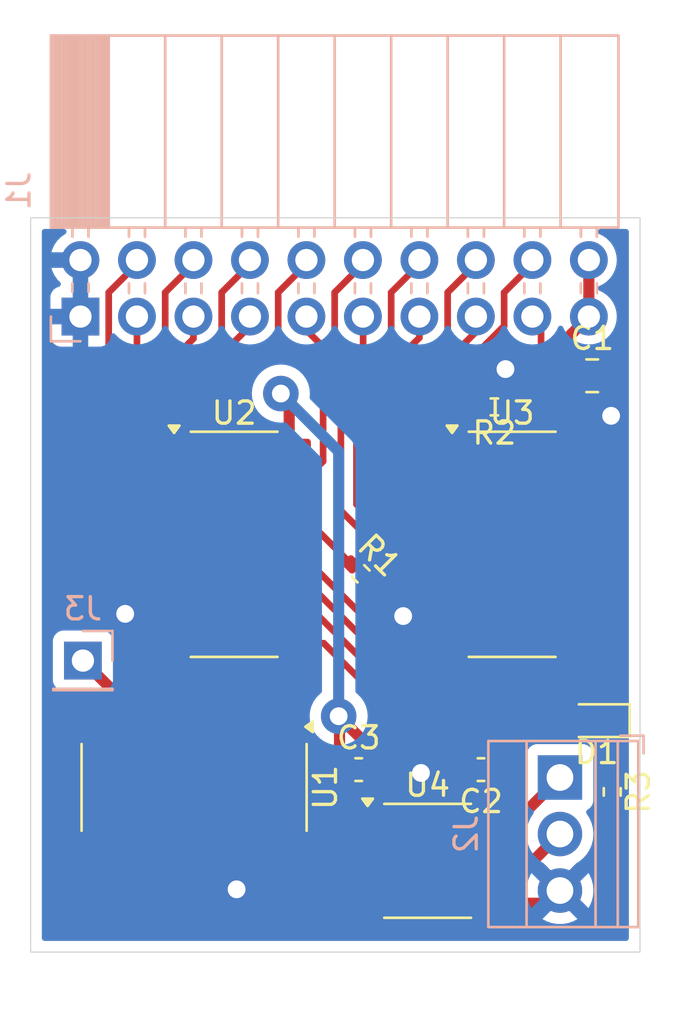
<source format=kicad_pcb>
(kicad_pcb (version 20240108) (generator "pcbnew") (generator_version "8.0")
  (layers (0 "F.Cu" signal) (31 "B.Cu" signal) (34 "B.Paste" user) (35 "F.Paste" user) (36 "B.SilkS" user "B.Silkscreen") (37 "F.SilkS" user "F.Silkscreen") (38 "B.Mask" user) (39 "F.Mask" user) (44 "Edge.Cuts" user))
  (net 0 "")
  (net 1 "Net-(J3-Pin_1)")
  (net 3 "+5V")
  (net 8 "GND")
  (net 10 "Net-(U2-~{OE})")
  (net 11 "Net-(U3-~{OE})")
  (net 12 "/SER")
  (net 14 "Net-(U2-QH')")
  (net 15 "/Q6")
  (net 16 "/Q12")
  (net 17 "/Q5")
  (net 18 "/Q7")
  (net 19 "/Q16")
  (net 20 "/Q1")
  (net 21 "/Q13")
  (net 22 "/Q2")
  (net 23 "/Q15")
  (net 24 "/Q8")
  (net 25 "/Q14")
  (net 26 "/Q10")
  (net 27 "/Q9")
  (net 28 "/Q11")
  (net 29 "/Q4")
  (net 30 "/Q3")
  (net 31 "/SRCLR")
  (net 32 "/SRCLK")
  (net 33 "/RCLK")
  (net 34 "Net-(J2-Pin_1)")
  (net 35 "Net-(J2-Pin_2)")
  (net 36 "/RS485_RX")
  (net 37 "/RS485_TX")
  (net 38 "/RS485_DIR")
  (net 39 "Net-(D1-K)")
  (footprint "Package_SO:SOIC-16_3.9x9.9mm_P1.27mm" (layer "F.Cu") (at 158 65.675)
    (property "Reference" "U3" (at 0 -5.9 0) (layer "F.SilkS"))
    (property "Value" "74HC595")
    (fp_line (start 0 -5.06) (end -1.95 -5.06) (stroke (width 0.12)) (layer "F.SilkS"))
    (fp_line (start 0 -5.06) (end 1.95 -5.06) (stroke (width 0.12)) (layer "F.SilkS"))
    (fp_line (start 0 5.06) (end -1.95 5.06) (stroke (width 0.12)) (layer "F.SilkS"))
    (fp_line (start 0 5.06) (end 1.95 5.06) (stroke (width 0.12)) (layer "F.SilkS"))
    (fp_poly (pts (xy -2.7 -5.005) (xy -2.94 -5.335) (xy -2.46 -5.335) (xy -2.7 -5.005)) (stroke (width 0.12)) (fill solid) (layer "F.SilkS"))
    (pad "1" smd roundrect (at -2.475 -4.445) (size 1.95 0.6) (layers "F.Cu" "F.Paste" "F.Mask") (net 22 "/Q2"))
    (pad "2" smd roundrect (at -2.475 -3.175) (size 1.95 0.6) (layers "F.Cu" "F.Paste" "F.Mask") (net 30 "/Q3"))
    (pad "3" smd roundrect (at -2.475 -1.905) (size 1.95 0.6) (layers "F.Cu" "F.Paste" "F.Mask") (net 29 "/Q4"))
    (pad "4" smd roundrect (at -2.475 -0.635) (size 1.95 0.6) (layers "F.Cu" "F.Paste" "F.Mask") (net 17 "/Q5"))
    (pad "5" smd roundrect (at -2.475 0.635) (size 1.95 0.6) (layers "F.Cu" "F.Paste" "F.Mask") (net 15 "/Q6"))
    (pad "6" smd roundrect (at -2.475 1.905) (size 1.95 0.6) (layers "F.Cu" "F.Paste" "F.Mask") (net 18 "/Q7"))
    (pad "7" smd roundrect (at -2.475 3.175) (size 1.95 0.6) (layers "F.Cu" "F.Paste" "F.Mask") (net 24 "/Q8"))
    (pad "8" smd roundrect (at -2.475 4.445) (size 1.95 0.6) (layers "F.Cu" "F.Paste" "F.Mask") (net 8 "GND"))
    (pad "9" smd roundrect (at 2.475 4.445) (size 1.95 0.6) (layers "F.Cu" "F.Paste" "F.Mask"))
    (pad "10" smd roundrect (at 2.475 3.175) (size 1.95 0.6) (layers "F.Cu" "F.Paste" "F.Mask") (net 31 "/SRCLR"))
    (pad "11" smd roundrect (at 2.475 1.905) (size 1.95 0.6) (layers "F.Cu" "F.Paste" "F.Mask") (net 32 "/SRCLK"))
    (pad "12" smd roundrect (at 2.475 0.635) (size 1.95 0.6) (layers "F.Cu" "F.Paste" "F.Mask") (net 33 "/RCLK"))
    (pad "13" smd roundrect (at 2.475 -0.635) (size 1.95 0.6) (layers "F.Cu" "F.Paste" "F.Mask") (net 11 "Net-(U3-~{OE})"))
    (pad "14" smd roundrect (at 2.475 -1.905) (size 1.95 0.6) (layers "F.Cu" "F.Paste" "F.Mask") (net 14 "Net-(U2-QH')"))
    (pad "15" smd roundrect (at 2.475 -3.175) (size 1.95 0.6) (layers "F.Cu" "F.Paste" "F.Mask") (net 20 "/Q1"))
    (pad "16" smd roundrect (at 2.475 -4.445) (size 1.95 0.6) (layers "F.Cu" "F.Paste" "F.Mask") (net 3 "+5V"))
  )
  (footprint "Capacitor_SMD:C_0805_2012Metric_Pad1.18x1.45mm_HandSolder" (layer "F.Cu") (at 161.6 58.1)
    (property "Reference" "C1" (at 0 -1.68 0) (layer "F.SilkS"))
    (property "Value" "10uF")
    (fp_line (start -0.261252 -0.735) (end 0.261252 -0.735) (stroke (width 0.12)) (layer "F.SilkS"))
    (fp_line (start -0.261252 0.735) (end 0.261252 0.735) (stroke (width 0.12)) (layer "F.SilkS"))
    (pad "1" smd roundrect (at -1.0375 0) (size 1.175 1.45) (layers "F.Cu" "F.Paste" "F.Mask") (roundrect_rratio 0.212766) (net 3 "+5V"))
    (pad "2" smd roundrect (at 1.0375 0) (size 1.175 1.45) (layers "F.Cu" "F.Paste" "F.Mask") (roundrect_rratio 0.212766) (net 8 "GND"))
  )
  (footprint "Package_SO:SOIC-8_3.9x4.9mm_P1.27mm" (layer "F.Cu") (at 154.2 79.9)
    (property "Reference" "U4" (at 0 -3.4 0) (layer "F.SilkS"))
    (property "Value" "MAX485E")
    (fp_line (start 0 -2.56) (end -1.95 -2.56) (stroke (width 0.12)) (layer "F.SilkS"))
    (fp_line (start 0 -2.56) (end 1.95 -2.56) (stroke (width 0.12)) (layer "F.SilkS"))
    (fp_line (start 0 2.56) (end -1.95 2.56) (stroke (width 0.12)) (layer "F.SilkS"))
    (fp_line (start 0 2.56) (end 1.95 2.56) (stroke (width 0.12)) (layer "F.SilkS"))
    (fp_poly (pts (xy -2.7 -2.465) (xy -2.94 -2.795) (xy -2.46 -2.795) (xy -2.7 -2.465)) (stroke (width 0.12)) (fill solid) (layer "F.SilkS"))
    (pad "1" smd roundrect (at -2.475 -1.905) (size 1.95 0.6) (layers "F.Cu" "F.Paste" "F.Mask") (net 36 "/RS485_RX"))
    (pad "2" smd roundrect (at -2.475 -0.635) (size 1.95 0.6) (layers "F.Cu" "F.Paste" "F.Mask") (net 38 "/RS485_DIR"))
    (pad "3" smd roundrect (at -2.475 0.635) (size 1.95 0.6) (layers "F.Cu" "F.Paste" "F.Mask") (net 38 "/RS485_DIR"))
    (pad "4" smd roundrect (at -2.475 1.905) (size 1.95 0.6) (layers "F.Cu" "F.Paste" "F.Mask") (net 37 "/RS485_TX"))
    (pad "5" smd roundrect (at 2.475 1.905) (size 1.95 0.6) (layers "F.Cu" "F.Paste" "F.Mask") (net 8 "GND"))
    (pad "6" smd roundrect (at 2.475 0.635) (size 1.95 0.6) (layers "F.Cu" "F.Paste" "F.Mask") (net 35 "Net-(J2-Pin_2)"))
    (pad "7" smd roundrect (at 2.475 -0.635) (size 1.95 0.6) (layers "F.Cu" "F.Paste" "F.Mask") (net 34 "Net-(J2-Pin_1)"))
    (pad "8" smd roundrect (at 2.475 -1.905) (size 1.95 0.6) (layers "F.Cu" "F.Paste" "F.Mask") (net 3 "+5V"))
  )
  (footprint "Resistor_SMD:R_0402_1005Metric_Pad0.72x0.64mm_HandSolder" (layer "F.Cu") (at 162.5 76.8 -90)
    (property "Reference" "R3" (at 0 -1.17 90) (layer "F.SilkS"))
    (property "Value" "330R")
    (fp_line (start -0.167621 0.38) (end 0.167621 0.38) (stroke (width 0.12)) (layer "F.SilkS"))
    (fp_line (start -0.167621 -0.38) (end 0.167621 -0.38) (stroke (width 0.12)) (layer "F.SilkS"))
    (pad "1" smd roundrect (at -0.5975 0 270) (size 0.715 0.64) (layers "F.Cu" "F.Paste" "F.Mask") (net 39 "Net-(D1-K)"))
    (pad "2" smd roundrect (at 0.5975 0 270) (size 0.715 0.64) (layers "F.Cu" "F.Paste" "F.Mask") (net 8 "GND"))
  )
  (footprint "LED_SMD:LED_0603_1608Metric" (layer "F.Cu") (at 161.8 73.6 180)
    (property "Reference" "D1" (at 0 -1.43 180) (layer "F.SilkS"))
    (property "Value" "RED")
    (fp_line (start 0.8 -0.735) (end -1.485 -0.735) (stroke (width 0.12)) (layer "F.SilkS"))
    (fp_line (start -1.485 0.735) (end 0.8 0.735) (stroke (width 0.12)) (layer "F.SilkS"))
    (fp_line (start -1.485 -0.735) (end -1.485 0.735) (stroke (width 0.12)) (layer "F.SilkS"))
    (pad "1" smd roundrect (at -0.7875 0 180) (size 0.875 0.95) (layers "F.Cu" "F.Paste" "F.Mask") (net 39 "Net-(D1-K)"))
    (pad "2" smd roundrect (at 0.7875 0 180) (size 0.875 0.95) (layers "F.Cu" "F.Paste" "F.Mask") (net 3 "+5V"))
  )
  (footprint "Resistor_SMD:R_0402_1005Metric_Pad0.72x0.64mm_HandSolder" (layer "F.Cu") (at 151.2 67 -45)
    (property "Reference" "R1" (at 0 -1.17 135) (layer "F.SilkS"))
    (property "Value" "4.7k")
    (fp_line (start -0.167621 0.380001) (end 0.167621 0.380001) (stroke (width 0.12)) (layer "F.SilkS"))
    (fp_line (start -0.167621 -0.380001) (end 0.167621 -0.380001) (stroke (width 0.12)) (layer "F.SilkS"))
    (pad "1" smd roundrect (at -0.5975 0 315) (size 0.715 0.64) (layers "F.Cu" "F.Paste" "F.Mask") (net 10 "Net-(U2-~{OE})"))
    (pad "2" smd roundrect (at 0.5975 0 315) (size 0.715 0.64) (layers "F.Cu" "F.Paste" "F.Mask") (net 8 "GND"))
  )
  (footprint "Capacitor_SMD:C_0603_1608Metric_Pad1.08x0.95mm_HandSolder" (layer "F.Cu") (at 156.6 75.8 180)
    (property "Reference" "C2" (at 0 -1.43 180) (layer "F.SilkS"))
    (property "Value" "100nF")
    (fp_line (start -0.146267 0.51) (end 0.146267 0.51) (stroke (width 0.12)) (layer "F.SilkS"))
    (fp_line (start -0.146267 -0.51) (end 0.146267 -0.51) (stroke (width 0.12)) (layer "F.SilkS"))
    (pad "1" smd roundrect (at -0.8625 0 180) (size 1.075 0.95) (layers "F.Cu" "F.Paste" "F.Mask") (net 3 "+5V"))
    (pad "2" smd roundrect (at 0.8625 0 180) (size 1.075 0.95) (layers "F.Cu" "F.Paste" "F.Mask") (net 8 "GND"))
  )
  (footprint "Package_SO:SOIC-16_3.9x9.9mm_P1.27mm" (layer "F.Cu") (at 145.5 65.675)
    (property "Reference" "U2" (at 0 -5.9 0) (layer "F.SilkS"))
    (property "Value" "74HC595")
    (fp_line (start 0 -5.06) (end -1.95 -5.06) (stroke (width 0.12)) (layer "F.SilkS"))
    (fp_line (start 0 -5.06) (end 1.95 -5.06) (stroke (width 0.12)) (layer "F.SilkS"))
    (fp_line (start 0 5.06) (end -1.95 5.06) (stroke (width 0.12)) (layer "F.SilkS"))
    (fp_line (start 0 5.06) (end 1.95 5.06) (stroke (width 0.12)) (layer "F.SilkS"))
    (fp_poly (pts (xy -2.7 -5.005) (xy -2.94 -5.335) (xy -2.46 -5.335) (xy -2.7 -5.005)) (stroke (width 0.12)) (fill solid) (layer "F.SilkS"))
    (pad "1" smd roundrect (at -2.475 -4.445) (size 1.95 0.6) (layers "F.Cu" "F.Paste" "F.Mask") (net 26 "/Q10"))
    (pad "2" smd roundrect (at -2.475 -3.175) (size 1.95 0.6) (layers "F.Cu" "F.Paste" "F.Mask") (net 28 "/Q11"))
    (pad "3" smd roundrect (at -2.475 -1.905) (size 1.95 0.6) (layers "F.Cu" "F.Paste" "F.Mask") (net 16 "/Q12"))
    (pad "4" smd roundrect (at -2.475 -0.635) (size 1.95 0.6) (layers "F.Cu" "F.Paste" "F.Mask") (net 21 "/Q13"))
    (pad "5" smd roundrect (at -2.475 0.635) (size 1.95 0.6) (layers "F.Cu" "F.Paste" "F.Mask") (net 25 "/Q14"))
    (pad "6" smd roundrect (at -2.475 1.905) (size 1.95 0.6) (layers "F.Cu" "F.Paste" "F.Mask") (net 23 "/Q15"))
    (pad "7" smd roundrect (at -2.475 3.175) (size 1.95 0.6) (layers "F.Cu" "F.Paste" "F.Mask") (net 19 "/Q16"))
    (pad "8" smd roundrect (at -2.475 4.445) (size 1.95 0.6) (layers "F.Cu" "F.Paste" "F.Mask") (net 8 "GND"))
    (pad "9" smd roundrect (at 2.475 4.445) (size 1.95 0.6) (layers "F.Cu" "F.Paste" "F.Mask") (net 14 "Net-(U2-QH')"))
    (pad "10" smd roundrect (at 2.475 3.175) (size 1.95 0.6) (layers "F.Cu" "F.Paste" "F.Mask") (net 31 "/SRCLR"))
    (pad "11" smd roundrect (at 2.475 1.905) (size 1.95 0.6) (layers "F.Cu" "F.Paste" "F.Mask") (net 32 "/SRCLK"))
    (pad "12" smd roundrect (at 2.475 0.635) (size 1.95 0.6) (layers "F.Cu" "F.Paste" "F.Mask") (net 33 "/RCLK"))
    (pad "13" smd roundrect (at 2.475 -0.635) (size 1.95 0.6) (layers "F.Cu" "F.Paste" "F.Mask") (net 10 "Net-(U2-~{OE})"))
    (pad "14" smd roundrect (at 2.475 -1.905) (size 1.95 0.6) (layers "F.Cu" "F.Paste" "F.Mask") (net 12 "/SER"))
    (pad "15" smd roundrect (at 2.475 -3.175) (size 1.95 0.6) (layers "F.Cu" "F.Paste" "F.Mask") (net 27 "/Q9"))
    (pad "16" smd roundrect (at 2.475 -4.445) (size 1.95 0.6) (layers "F.Cu" "F.Paste" "F.Mask") (net 3 "+5V"))
  )
  (footprint "Resistor_SMD:R_0402_1005Metric_Pad0.72x0.64mm_HandSolder" (layer "F.Cu") (at 157.2 59.5 180)
    (property "Reference" "R2" (at 0 -1.17 0) (layer "F.SilkS"))
    (property "Value" "4.7k")
    (fp_line (start -0.167621 0.38) (end 0.167621 0.38) (stroke (width 0.12)) (layer "F.SilkS"))
    (fp_line (start -0.167621 -0.38) (end 0.167621 -0.38) (stroke (width 0.12)) (layer "F.SilkS"))
    (pad "1" smd roundrect (at -0.5975 0 180) (size 0.715 0.64) (layers "F.Cu" "F.Paste" "F.Mask") (net 11 "Net-(U3-~{OE})"))
    (pad "2" smd roundrect (at 0.5975 0 180) (size 0.715 0.64) (layers "F.Cu" "F.Paste" "F.Mask") (net 8 "GND"))
  )
  (footprint "Package_SO:SOP-16_3.9x9.9mm_P1.27mm" (layer "F.Cu") (at 143.7 76.6 -90)
    (property "Reference" "U1" (at 0 -5.9 90) (layer "F.SilkS"))
    (property "Value" "CH32V003AxMx")
    (fp_line (start 0 5.06) (end -1.95 5.06) (stroke (width 0.12)) (layer "F.SilkS"))
    (fp_line (start 0 5.06) (end 1.95 5.06) (stroke (width 0.12)) (layer "F.SilkS"))
    (fp_line (start 0 -5.06) (end -1.95 -5.06) (stroke (width 0.12)) (layer "F.SilkS"))
    (fp_line (start 0 -5.06) (end 1.95 -5.06) (stroke (width 0.12)) (layer "F.SilkS"))
    (fp_poly (pts (xy -2.725 -5.005) (xy -2.965 -5.335) (xy -2.485 -5.335) (xy -2.725 -5.005)) (stroke (width 0.12)) (fill solid) (layer "F.SilkS"))
    (pad "1" smd roundrect (at -2.5 -4.445 270) (size 2 0.6) (layers "F.Cu" "F.Paste" "F.Mask") (net 31 "/SRCLR"))
    (pad "2" smd roundrect (at -2.5 -3.175 270) (size 2 0.6) (layers "F.Cu" "F.Paste" "F.Mask") (net 32 "/SRCLK"))
    (pad "3" smd roundrect (at -2.5 -1.905 270) (size 2 0.6) (layers "F.Cu" "F.Paste" "F.Mask") (net 33 "/RCLK"))
    (pad "4" smd roundrect (at -2.5 -0.635 270) (size 2 0.6) (layers "F.Cu" "F.Paste" "F.Mask") (net 12 "/SER"))
    (pad "5" smd roundrect (at -2.5 0.635 270) (size 2 0.6) (layers "F.Cu" "F.Paste" "F.Mask"))
    (pad "6" smd roundrect (at -2.5 1.905 270) (size 2 0.6) (layers "F.Cu" "F.Paste" "F.Mask"))
    (pad "7" smd roundrect (at -2.5 3.175 270) (size 2 0.6) (layers "F.Cu" "F.Paste" "F.Mask") (net 1 "Net-(J3-Pin_1)"))
    (pad "8" smd roundrect (at -2.5 4.445 270) (size 2 0.6) (layers "F.Cu" "F.Paste" "F.Mask"))
    (pad "9" smd roundrect (at 2.5 4.445 270) (size 2 0.6) (layers "F.Cu" "F.Paste" "F.Mask") (net 37 "/RS485_TX"))
    (pad "10" smd roundrect (at 2.5 3.175 270) (size 2 0.6) (layers "F.Cu" "F.Paste" "F.Mask") (net 36 "/RS485_RX"))
    (pad "11" smd roundrect (at 2.5 1.905 270) (size 2 0.6) (layers "F.Cu" "F.Paste" "F.Mask"))
    (pad "12" smd roundrect (at 2.5 0.635 270) (size 2 0.6) (layers "F.Cu" "F.Paste" "F.Mask"))
    (pad "13" smd roundrect (at 2.5 -0.635 270) (size 2 0.6) (layers "F.Cu" "F.Paste" "F.Mask"))
    (pad "14" smd roundrect (at 2.5 -1.905 270) (size 2 0.6) (layers "F.Cu" "F.Paste" "F.Mask") (net 8 "GND"))
    (pad "15" smd roundrect (at 2.5 -3.175 270) (size 2 0.6) (layers "F.Cu" "F.Paste" "F.Mask") (net 3 "+5V"))
    (pad "16" smd roundrect (at 2.5 -4.445 270) (size 2 0.6) (layers "F.Cu" "F.Paste" "F.Mask") (net 38 "/RS485_DIR"))
  )
  (footprint "Capacitor_SMD:C_0603_1608Metric_Pad1.08x0.95mm_HandSolder" (layer "F.Cu") (at 151.1 75.8)
    (property "Reference" "C3" (at 0 -1.43 0) (layer "F.SilkS"))
    (property "Value" "100nF")
    (fp_line (start -0.146267 -0.51) (end 0.146267 -0.51) (stroke (width 0.12)) (layer "F.SilkS"))
    (fp_line (start -0.146267 0.51) (end 0.146267 0.51) (stroke (width 0.12)) (layer "F.SilkS"))
    (pad "1" smd roundrect (at -0.8625 0) (size 1.075 0.95) (layers "F.Cu" "F.Paste" "F.Mask") (net 3 "+5V"))
    (pad "2" smd roundrect (at 0.8625 0) (size 1.075 0.95) (layers "F.Cu" "F.Paste" "F.Mask") (net 8 "GND"))
  )
  (footprint "TerminalBlock:TerminalBlock_Xinya_XY308-2.54-3P_1x03_P2.54mm_Horizontal" (layer "B.Cu") (at 160.15 76.155 -90)
    (property "Reference" "J2" (at 2.54 4.22 90) (layer "B.SilkS") (effects (justify mirror)))
    (property "Value" "Screw_Terminal_01x03")
    (fp_line (start 6.721 3.22) (end -1.64 3.22) (stroke (width 0.12)) (layer "B.SilkS"))
    (fp_line (start 6.721 1.501) (end -1.64 1.501) (stroke (width 0.12)) (layer "B.SilkS"))
    (fp_line (start 6.721 -1.6) (end -1.64 -1.6) (stroke (width 0.12)) (layer "B.SilkS"))
    (fp_line (start 6.721 -2.6) (end -1.64 -2.6) (stroke (width 0.12)) (layer "B.SilkS"))
    (fp_line (start -1.64 -3.52) (end -1.64 3.22) (stroke (width 0.12)) (layer "B.SilkS"))
    (fp_line (start 6.721 -3.52) (end 6.721 3.22) (stroke (width 0.12)) (layer "B.SilkS"))
    (fp_line (start 6.721 -3.52) (end -1.64 -3.52) (stroke (width 0.12)) (layer "B.SilkS"))
    (fp_line (start -1.88 -3.76) (end -1.88 -2.72) (stroke (width 0.12)) (layer "B.SilkS"))
    (fp_line (start -1.08 -3.76) (end -1.88 -3.76) (stroke (width 0.12)) (layer "B.SilkS"))
    (pad "1" thru_hole rect (at 0 0 270) (size 2 2) (drill 1.2) (layers "*.Cu" "*.Mask") (net 34 "Net-(J2-Pin_1)"))
    (pad "2" thru_hole circle (at 2.54 0 270) (size 2 2) (drill 1.2) (layers "*.Cu" "*.Mask") (net 35 "Net-(J2-Pin_2)"))
    (pad "3" thru_hole circle (at 5.08 0 270) (size 2 2) (drill 1.2) (layers "*.Cu" "*.Mask") (net 8 "GND"))
  )
  (footprint "Connector_PinHeader_2.54mm:PinHeader_1x01_P2.54mm_Vertical" (layer "B.Cu") (at 138.7 70.9 180)
    (property "Reference" "J3" (at 0 2.33 0) (layer "B.SilkS") (effects (justify mirror)))
    (property "Value" "SWIO")
    (fp_line (start 1.33 -1.27) (end -1.33 -1.27) (stroke (width 0.12)) (layer "B.SilkS"))
    (fp_line (start 1.33 -1.33) (end 1.33 -1.27) (stroke (width 0.12)) (layer "B.SilkS"))
    (fp_line (start 1.33 -1.33) (end -1.33 -1.33) (stroke (width 0.12)) (layer "B.SilkS"))
    (fp_line (start 0 1.33) (end -1.33 1.33) (stroke (width 0.12)) (layer "B.SilkS"))
    (fp_line (start -1.33 1.33) (end -1.33 0) (stroke (width 0.12)) (layer "B.SilkS"))
    (fp_line (start -1.33 -1.33) (end -1.33 -1.27) (stroke (width 0.12)) (layer "B.SilkS"))
    (pad "1" thru_hole rect (at 0 0 180) (size 1.7 1.7) (drill 1) (layers "*.Cu" "*.Mask") (net 1 "Net-(J3-Pin_1)"))
  )
  (footprint "Connector_PinSocket_2.54mm:PinSocket_2x10_P2.54mm_Horizontal" (layer "B.Cu") (at 138.59 55.44 -90)
    (property "Reference" "J1" (at -5.65 2.77 90) (layer "B.SilkS") (effects (justify mirror)))
    (property "Value" "Conn_02x10_Odd_Even")
    (fp_line (start -4 1.33) (end -12.63 1.33) (stroke (width 0.12)) (layer "B.SilkS"))
    (fp_line (start 1.11 1.33) (end 0 1.33) (stroke (width 0.12)) (layer "B.SilkS"))
    (fp_line (start -4 1.21) (end -12.63 1.21) (stroke (width 0.12)) (layer "B.SilkS"))
    (fp_line (start -4 1.091905) (end -12.63 1.091905) (stroke (width 0.12)) (layer "B.SilkS"))
    (fp_line (start -4 0.97381) (end -12.63 0.97381) (stroke (width 0.12)) (layer "B.SilkS"))
    (fp_line (start -4 0.855715) (end -12.63 0.855715) (stroke (width 0.12)) (layer "B.SilkS"))
    (fp_line (start -4 0.73762) (end -12.63 0.73762) (stroke (width 0.12)) (layer "B.SilkS"))
    (fp_line (start -4 0.619525) (end -12.63 0.619525) (stroke (width 0.12)) (layer "B.SilkS"))
    (fp_line (start -4 0.50143) (end -12.63 0.50143) (stroke (width 0.12)) (layer "B.SilkS"))
    (fp_line (start -4 0.383335) (end -12.63 0.383335) (stroke (width 0.12)) (layer "B.SilkS"))
    (fp_line (start -3.59 0.36) (end -4 0.36) (stroke (width 0.12)) (layer "B.SilkS"))
    (fp_line (start -1.11 0.36) (end -1.49 0.36) (stroke (width 0.12)) (layer "B.SilkS"))
    (fp_line (start -4 0.26524) (end -12.63 0.26524) (stroke (width 0.12)) (layer "B.SilkS"))
    (fp_line (start -4 0.147145) (end -12.63 0.147145) (stroke (width 0.12)) (layer "B.SilkS"))
    (fp_line (start -4 0.02905) (end -12.63 0.02905) (stroke (width 0.12)) (layer "B.SilkS"))
    (fp_line (start 1.11 0) (end 1.11 1.33) (stroke (width 0.12)) (layer "B.SilkS"))
    (fp_line (start -4 -0.089045) (end -12.63 -0.089045) (stroke (width 0.12)) (layer "B.SilkS"))
    (fp_line (start -4 -0.20714) (end -12.63 -0.20714) (stroke (width 0.12)) (layer "B.SilkS"))
    (fp_line (start -4 -0.325235) (end -12.63 -0.325235) (stroke (width 0.12)) (layer "B.SilkS"))
    (fp_line (start -3.59 -0.36) (end -4 -0.36) (stroke (width 0.12)) (layer "B.SilkS"))
    (fp_line (start -1.11 -0.36) (end -1.49 -0.36) (stroke (width 0.12)) (layer "B.SilkS"))
    (fp_line (start -4 -0.44333) (end -12.63 -0.44333) (stroke (width 0.12)) (layer "B.SilkS"))
    (fp_line (start -4 -0.561425) (end -12.63 -0.561425) (stroke (width 0.12)) (layer "B.SilkS"))
    (fp_line (start -4 -0.67952) (end -12.63 -0.67952) (stroke (width 0.12)) (layer "B.SilkS"))
    (fp_line (start -4 -0.797615) (end -12.63 -0.797615) (stroke (width 0.12)) (layer "B.SilkS"))
    (fp_line (start -4 -0.91571) (end -12.63 -0.91571) (stroke (width 0.12)) (layer "B.SilkS"))
    (fp_line (start -4 -1.033805) (end -12.63 -1.033805) (stroke (width 0.12)) (layer "B.SilkS"))
    (fp_line (start -4 -1.1519) (end -12.63 -1.1519) (stroke (width 0.12)) (layer "B.SilkS"))
    (fp_line (start -4 -1.27) (end -12.63 -1.27) (stroke (width 0.12)) (layer "B.SilkS"))
    (fp_line (start -3.59 -2.18) (end -4 -2.18) (stroke (width 0.12)) (layer "B.SilkS"))
    (fp_line (start -1.05 -2.18) (end -1.49 -2.18) (stroke (width 0.12)) (layer "B.SilkS"))
    (fp_line (start -3.59 -2.9) (end -4 -2.9) (stroke (width 0.12)) (layer "B.SilkS"))
    (fp_line (start -1.05 -2.9) (end -1.49 -2.9) (stroke (width 0.12)) (layer "B.SilkS"))
    (fp_line (start -4 -3.81) (end -12.63 -3.81) (stroke (width 0.12)) (layer "B.SilkS"))
    (fp_line (start -3.59 -4.72) (end -4 -4.72) (stroke (width 0.12)) (layer "B.SilkS"))
    (fp_line (start -1.05 -4.72) (end -1.49 -4.72) (stroke (width 0.12)) (layer "B.SilkS"))
    (fp_line (start -3.59 -5.44) (end -4 -5.44) (stroke (width 0.12)) (layer "B.SilkS"))
    (fp_line (start -1.05 -5.44) (end -1.49 -5.44) (stroke (width 0.12)) (layer "B.SilkS"))
    (fp_line (start -4 -6.35) (end -12.63 -6.35) (stroke (width 0.12)) (layer "B.SilkS"))
    (fp_line (start -3.59 -7.26) (end -4 -7.26) (stroke (width 0.12)) (layer "B.SilkS"))
    (fp_line (start -1.05 -7.26) (end -1.49 -7.26) (stroke (width 0.12)) (layer "B.SilkS"))
    (fp_line (start -3.59 -7.98) (end -4 -7.98) (stroke (width 0.12)) (layer "B.SilkS"))
    (fp_line (start -1.05 -7.98) (end -1.49 -7.98) (stroke (width 0.12)) (layer "B.SilkS"))
    (fp_line (start -4 -8.89) (end -12.63 -8.89) (stroke (width 0.12)) (layer "B.SilkS"))
    (fp_line (start -3.59 -9.8) (end -4 -9.8) (stroke (width 0.12)) (layer "B.SilkS"))
    (fp_line (start -1.05 -9.8) (end -1.49 -9.8) (stroke (width 0.12)) (layer "B.SilkS"))
    (fp_line (start -3.59 -10.52) (end -4 -10.52) (stroke (width 0.12)) (layer "B.SilkS"))
    (fp_line (start -1.05 -10.52) (end -1.49 -10.52) (stroke (width 0.12)) (layer "B.SilkS"))
    (fp_line (start -4 -11.43) (end -12.63 -11.43) (stroke (width 0.12)) (layer "B.SilkS"))
    (fp_line (start -3.59 -12.34) (end -4 -12.34) (stroke (width 0.12)) (layer "B.SilkS"))
    (fp_line (start -1.05 -12.34) (end -1.49 -12.34) (stroke (width 0.12)) (layer "B.SilkS"))
    (fp_line (start -3.59 -13.06) (end -4 -13.06) (stroke (width 0.12)) (layer "B.SilkS"))
    (fp_line (start -1.05 -13.06) (end -1.49 -13.06) (stroke (width 0.12)) (layer "B.SilkS"))
    (fp_line (start -4 -13.97) (end -12.63 -13.97) (stroke (width 0.12)) (layer "B.SilkS"))
    (fp_line (start -3.59 -14.88) (end -4 -14.88) (stroke (width 0.12)) (layer "B.SilkS"))
    (fp_line (start -1.05 -14.88) (end -1.49 -14.88) (stroke (width 0.12)) (layer "B.SilkS"))
    (fp_line (start -3.59 -15.6) (end -4 -15.6) (stroke (width 0.12)) (layer "B.SilkS"))
    (fp_line (start -1.05 -15.6) (end -1.49 -15.6) (stroke (width 0.12)) (layer "B.SilkS"))
    (fp_line (start -4 -16.51) (end -12.63 -16.51) (stroke (width 0.12)) (layer "B.SilkS"))
    (fp_line (start -3.59 -17.42) (end -4 -17.42) (stroke (width 0.12)) (layer "B.SilkS"))
    (fp_line (start -1.05 -17.42) (end -1.49 -17.42) (stroke (width 0.12)) (layer "B.SilkS"))
    (fp_line (start -3.59 -18.14) (end -4 -18.14) (stroke (width 0.12)) (layer "B.SilkS"))
    (fp_line (start -1.05 -18.14) (end -1.49 -18.14) (stroke (width 0.12)) (layer "B.SilkS"))
    (fp_line (start -4 -19.05) (end -12.63 -19.05) (stroke (width 0.12)) (layer "B.SilkS"))
    (fp_line (start -3.59 -19.96) (end -4 -19.96) (stroke (width 0.12)) (layer "B.SilkS"))
    (fp_line (start -1.05 -19.96) (end -1.49 -19.96) (stroke (width 0.12)) (layer "B.SilkS"))
    (fp_line (start -3.59 -20.68) (end -4 -20.68) (stroke (width 0.12)) (layer "B.SilkS"))
    (fp_line (start -1.05 -20.68) (end -1.49 -20.68) (stroke (width 0.12)) (layer "B.SilkS"))
    (fp_line (start -4 -21.59) (end -12.63 -21.59) (stroke (width 0.12)) (layer "B.SilkS"))
    (fp_line (start -3.59 -22.5) (end -4 -22.5) (stroke (width 0.12)) (layer "B.SilkS"))
    (fp_line (start -1.05 -22.5) (end -1.49 -22.5) (stroke (width 0.12)) (layer "B.SilkS"))
    (fp_line (start -3.59 -23.22) (end -4 -23.22) (stroke (width 0.12)) (layer "B.SilkS"))
    (fp_line (start -1.05 -23.22) (end -1.49 -23.22) (stroke (width 0.12)) (layer "B.SilkS"))
    (fp_line (start -12.63 -24.19) (end -12.63 1.33) (stroke (width 0.12)) (layer "B.SilkS"))
    (fp_line (start -4 -24.19) (end -4 1.33) (stroke (width 0.12)) (layer "B.SilkS"))
    (fp_line (start -4 -24.19) (end -12.63 -24.19) (stroke (width 0.12)) (layer "B.SilkS"))
    (pad "1" thru_hole rect (at 0 0 270) (size 1.7 1.7) (drill 1) (layers "*.Cu" "*.Mask") (net 8 "GND"))
    (pad "2" thru_hole oval (at -2.54 0 270) (size 1.7 1.7) (drill 1) (layers "*.Cu" "*.Mask") (net 8 "GND"))
    (pad "3" thru_hole oval (at 0 -2.54 270) (size 1.7 1.7) (drill 1) (layers "*.Cu" "*.Mask") (net 23 "/Q15"))
    (pad "4" thru_hole oval (at -2.54 -2.54 270) (size 1.7 1.7) (drill 1) (layers "*.Cu" "*.Mask") (net 19 "/Q16"))
    (pad "5" thru_hole oval (at 0 -5.08 270) (size 1.7 1.7) (drill 1) (layers "*.Cu" "*.Mask") (net 21 "/Q13"))
    (pad "6" thru_hole oval (at -2.54 -5.08 270) (size 1.7 1.7) (drill 1) (layers "*.Cu" "*.Mask") (net 25 "/Q14"))
    (pad "7" thru_hole oval (at 0 -7.62 270) (size 1.7 1.7) (drill 1) (layers "*.Cu" "*.Mask") (net 28 "/Q11"))
    (pad "8" thru_hole oval (at -2.54 -7.62 270) (size 1.7 1.7) (drill 1) (layers "*.Cu" "*.Mask") (net 16 "/Q12"))
    (pad "9" thru_hole oval (at 0 -10.16 270) (size 1.7 1.7) (drill 1) (layers "*.Cu" "*.Mask") (net 27 "/Q9"))
    (pad "10" thru_hole oval (at -2.54 -10.16 270) (size 1.7 1.7) (drill 1) (layers "*.Cu" "*.Mask") (net 26 "/Q10"))
    (pad "11" thru_hole oval (at 0 -12.7 270) (size 1.7 1.7) (drill 1) (layers "*.Cu" "*.Mask") (net 18 "/Q7"))
    (pad "12" thru_hole oval (at -2.54 -12.7 270) (size 1.7 1.7) (drill 1) (layers "*.Cu" "*.Mask") (net 24 "/Q8"))
    (pad "13" thru_hole oval (at 0 -15.24 270) (size 1.7 1.7) (drill 1) (layers "*.Cu" "*.Mask") (net 17 "/Q5"))
    (pad "14" thru_hole oval (at -2.54 -15.24 270) (size 1.7 1.7) (drill 1) (layers "*.Cu" "*.Mask") (net 15 "/Q6"))
    (pad "15" thru_hole oval (at 0 -17.78 270) (size 1.7 1.7) (drill 1) (layers "*.Cu" "*.Mask") (net 30 "/Q3"))
    (pad "16" thru_hole oval (at -2.54 -17.78 270) (size 1.7 1.7) (drill 1) (layers "*.Cu" "*.Mask") (net 29 "/Q4"))
    (pad "17" thru_hole oval (at 0 -20.32 270) (size 1.7 1.7) (drill 1) (layers "*.Cu" "*.Mask") (net 20 "/Q1"))
    (pad "18" thru_hole oval (at -2.54 -20.32 270) (size 1.7 1.7) (drill 1) (layers "*.Cu" "*.Mask") (net 22 "/Q2"))
    (pad "19" thru_hole oval (at 0 -22.86 270) (size 1.7 1.7) (drill 1) (layers "*.Cu" "*.Mask") (net 3 "+5V"))
    (pad "20" thru_hole oval (at -2.54 -22.86 270) (size 1.7 1.7) (drill 1) (layers "*.Cu" "*.Mask") (net 3 "+5V"))
  )
  (gr_rect (start 136.35 51) (end 163.75 84) (stroke (width 0.05)) (fill none) (layer "Edge.Cuts"))
  (segment (start 140.525 72.725) (end 138.7 70.9) (width 0.5) (layer "F.Cu") (net 1))
  (segment (start 140.525 74.1) (end 140.525 72.725) (width 0.5) (layer "F.Cu") (net 1))
  (segment (start 160.9 72.4) (end 161.3 72.4) (width 0.5) (layer "F.Cu") (net 3))
  (segment (start 147.975 59.275) (end 147.975 61.23) (width 0.5) (layer "F.Cu") (net 3))
  (segment (start 150.2375 73.4375) (end 150.2375 75.8) (width 0.5) (layer "F.Cu") (net 3))
  (segment (start 147.6 58.9) (end 147.975 59.275) (width 0.5) (layer "F.Cu") (net 3))
  (segment (start 161.43 61.23) (end 160.475 61.23) (width 0.5) (layer "F.Cu") (net 3))
  (segment (start 162.9 62.7) (end 161.43 61.23) (width 0.5) (layer "F.Cu") (net 3))
  (segment (start 160.5625 58.4) (end 160.5625 60.41311) (width 0.5) (layer "F.Cu") (net 3))
  (segment (start 161.3 72.4) (end 162.9 70.8) (width 0.5) (layer "F.Cu") (net 3))
  (segment (start 150.2 73.4) (end 151.3 74.5) (width 0.5) (layer "F.Cu") (net 3))
  (segment (start 150.2 73.4) (end 150.2375 73.4375) (width 0.5) (layer "F.Cu") (net 3))
  (segment (start 146.875 78.225) (end 146.875 79.1) (width 0.5) (layer "F.Cu") (net 3))
  (segment (start 162.9 70.8) (end 162.9 62.7) (width 0.5) (layer "F.Cu") (net 3))
  (segment (start 158.1 74.5) (end 160.2 72.4) (width 0.5) (layer "F.Cu") (net 3))
  (segment (start 157.4625 75.8) (end 157.4625 77.2075) (width 0.5) (layer "F.Cu") (net 3))
  (segment (start 161.45 52.9) (end 161.45 55.44) (width 0.5) (layer "F.Cu") (net 3))
  (segment (start 157.4625 75.8) (end 157.4625 75.1375) (width 0.5) (layer "F.Cu") (net 3))
  (segment (start 150.2375 75.8) (end 149.3 75.8) (width 0.5) (layer "F.Cu") (net 3))
  (segment (start 161.0125 73.6) (end 161.0125 72.5125) (width 0.5) (layer "F.Cu") (net 3))
  (segment (start 149.3 75.8) (end 146.875 78.225) (width 0.5) (layer "F.Cu") (net 3))
  (segment (start 160.2 72.4) (end 160.9 72.4) (width 0.5) (layer "F.Cu") (net 3))
  (segment (start 157.4625 77.2075) (end 156.675 77.995) (width 0.5) (layer "F.Cu") (net 3))
  (segment (start 157.4625 75.1375) (end 158.1 74.5) (width 0.5) (layer "F.Cu") (net 3))
  (segment (start 160.5625 60.41311) (end 161.404695 61.255305) (width 0.5) (layer "F.Cu") (net 3))
  (segment (start 160.5625 56.3275) (end 161.45 55.44) (width 0.5) (layer "F.Cu") (net 3))
  (segment (start 151.3 74.5) (end 158.1 74.5) (width 0.5) (layer "F.Cu") (net 3))
  (segment (start 160.5625 58.4) (end 160.5625 56.3275) (width 0.5) (layer "F.Cu") (net 3))
  (segment (start 161.0125 72.5125) (end 160.9 72.4) (width 0.5) (layer "F.Cu") (net 3))
  (via (at 147.6 58.9) (size 1.6) (drill 0.8) (layers "F.Cu" "B.Cu") (net 3))
  (via (at 150.2 73.4) (size 1.6) (drill 0.8) (layers "F.Cu" "B.Cu") (net 3))
  (segment (start 150.2 73.4) (end 150.2 61.5) (width 0.5) (layer "B.Cu") (net 3))
  (segment (start 150.2 61.5) (end 147.6 58.9) (width 0.5) (layer "B.Cu") (net 3))
  (segment (start 153.1 68.9) (end 154.32 70.12) (width 0.5) (layer "F.Cu") (net 8))
  (segment (start 162.45 58.5875) (end 162.6375 58.4) (width 0.5) (layer "F.Cu") (net 8))
  (segment (start 155.7375 75.8) (end 154.05 75.8) (width 0.5) (layer "F.Cu") (net 8))
  (segment (start 140.6 68.8) (end 141.92 70.12) (width 0.5) (layer "F.Cu") (net 8))
  (segment (start 145.605 81.175) (end 145.605 79.1) (width 0.5) (layer "F.Cu") (net 8))
  (segment (start 156.675 81.805) (end 159.58 81.805) (width 0.5) (layer "F.Cu") (net 8))
  (segment (start 145.61 81.18) (end 145.605 81.175) (width 0.5) (layer "F.Cu") (net 8))
  (segment (start 162.5 78.885) (end 162.5 77.3975) (width 0.5) (layer "F.Cu") (net 8))
  (segment (start 156.6025 58.8975) (end 156.6025 59.5) (width 0.5) (layer "F.Cu") (net 8))
  (segment (start 154.05 75.8) (end 153.9 75.95) (width 0.5) (layer "F.Cu") (net 8))
  (segment (start 159.58 81.805) (end 160.15 81.235) (width 0.5) (layer "F.Cu") (net 8))
  (segment (start 162.45 59.9) (end 162.45 58.5875) (width 0.5) (layer "F.Cu") (net 8))
  (segment (start 157.7 57.8) (end 156.6025 58.8975) (width 0.5) (layer "F.Cu") (net 8))
  (segment (start 151.622496 67.422496) (end 153.1 68.9) (width 0.3) (layer "F.Cu") (net 8))
  (segment (start 154.32 70.12) (end 155.525 70.12) (width 0.5) (layer "F.Cu") (net 8))
  (segment (start 151.9625 75.8) (end 153.75 75.8) (width 0.5) (layer "F.Cu") (net 8))
  (segment (start 153.75 75.8) (end 153.9 75.95) (width 0.5) (layer "F.Cu") (net 8))
  (segment (start 141.92 70.12) (end 143.025 70.12) (width 0.5) (layer "F.Cu") (net 8))
  (segment (start 160.15 81.235) (end 162.5 78.885) (width 0.5) (layer "F.Cu") (net 8))
  (segment (start 138.59 52.9) (end 138.59 55.44) (width 0.5) (layer "F.Cu") (net 8))
  (via (at 145.61 81.18) (size 1.6) (drill 0.8) (layers "F.Cu" "B.Cu") (net 8))
  (via (at 153.9 75.95) (size 1.6) (drill 0.8) (layers "F.Cu" "B.Cu") (net 8))
  (via (at 162.45 59.9) (size 1.6) (drill 0.8) (layers "F.Cu" "B.Cu") (net 8))
  (via (at 157.7 57.8) (size 1.6) (drill 0.8) (layers "F.Cu" "B.Cu") (net 8))
  (via (at 153.1 68.9) (size 1.6) (drill 0.8) (layers "F.Cu" "B.Cu") (net 8))
  (via (at 140.6 68.8) (size 1.6) (drill 0.8) (layers "F.Cu" "B.Cu") (net 8))
  (segment (start 147.975 65.04) (end 149.24 65.04) (width 0.3) (layer "F.Cu") (net 10))
  (segment (start 149.24 65.04) (end 150.777504 66.577504) (width 0.3) (layer "F.Cu") (net 10))
  (segment (start 160.475 65.04) (end 159.500001 65.04) (width 0.3) (layer "F.Cu") (net 11))
  (segment (start 157.7975 63.337499) (end 157.7975 59.5) (width 0.3) (layer "F.Cu") (net 11))
  (segment (start 159.500001 65.04) (end 157.7975 63.337499) (width 0.3) (layer "F.Cu") (net 11))
  (segment (start 147.975 63.77) (end 147.000001 63.77) (width 0.3) (layer "F.Cu") (net 12))
  (segment (start 147.000001 63.77) (end 144.5 66.270001) (width 0.3) (layer "F.Cu") (net 12))
  (segment (start 144.5 66.270001) (end 144.5 73.935) (width 0.3) (layer "F.Cu") (net 12))
  (segment (start 144.5 73.935) (end 144.335 74.1) (width 0.3) (layer "F.Cu") (net 12))
  (segment (start 162.1 70.464106) (end 161.064106 71.5) (width 0.3) (layer "F.Cu") (net 14))
  (segment (start 157.58995 73.7) (end 153.11005 73.7) (width 0.3) (layer "F.Cu") (net 14))
  (segment (start 159.78995 71.5) (end 157.58995 73.7) (width 0.3) (layer "F.Cu") (net 14))
  (segment (start 161.064106 71.5) (end 159.78995 71.5) (width 0.3) (layer "F.Cu") (net 14))
  (segment (start 149.53005 70.12) (end 147.975 70.12) (width 0.3) (layer "F.Cu") (net 14))
  (segment (start 160.475 63.77) (end 161.449999 63.77) (width 0.3) (layer "F.Cu") (net 14))
  (segment (start 162.1 64.420001) (end 162.1 70.464106) (width 0.3) (layer "F.Cu") (net 14))
  (segment (start 153.11005 73.7) (end 149.53005 70.12) (width 0.3) (layer "F.Cu") (net 14))
  (segment (start 161.449999 63.77) (end 162.1 64.420001) (width 0.3) (layer "F.Cu") (net 14))
  (segment (start 153.83 53.085) (end 152.56 54.355) (width 0.3) (layer "F.Cu") (net 15))
  (segment (start 152.56 56.56) (end 151.7 57.42) (width 0.3) (layer "F.Cu") (net 15))
  (segment (start 152.56 54.355) (end 152.56 56.56) (width 0.3) (layer "F.Cu") (net 15))
  (segment (start 151.7 63.4) (end 154.61 66.31) (width 0.3) (layer "F.Cu") (net 15))
  (segment (start 154.61 66.31) (end 155.525 66.31) (width 0.3) (layer "F.Cu") (net 15))
  (segment (start 151.7 57.42) (end 151.7 63.4) (width 0.3) (layer "F.Cu") (net 15))
  (segment (start 141.57 63.77) (end 143.025 63.77) (width 0.3) (layer "F.Cu") (net 16))
  (segment (start 146.21 53.085) (end 144.94 54.355) (width 0.3) (layer "F.Cu") (net 16))
  (segment (start 144.94 54.355) (end 144.94 56.151052) (width 0.3) (layer "F.Cu") (net 16))
  (segment (start 144.94 56.151052) (end 140.8 60.291052) (width 0.3) (layer "F.Cu") (net 16))
  (segment (start 140.8 63) (end 141.57 63.77) (width 0.3) (layer "F.Cu") (net 16))
  (segment (start 140.8 60.291052) (end 140.8 63) (width 0.3) (layer "F.Cu") (net 16))
  (segment (start 153.83 56.39) (end 152.4 57.82) (width 0.3) (layer "F.Cu") (net 17))
  (segment (start 154.54 65.04) (end 155.525 65.04) (width 0.3) (layer "F.Cu") (net 17))
  (segment (start 152.4 57.82) (end 152.4 62.9) (width 0.3) (layer "F.Cu") (net 17))
  (segment (start 152.4 62.9) (end 154.54 65.04) (width 0.3) (layer "F.Cu") (net 17))
  (segment (start 153.83 55.625) (end 153.83 56.39) (width 0.3) (layer "F.Cu") (net 17))
  (segment (start 151.3 55.635) (end 151.3 56.83005) (width 0.3) (layer "F.Cu") (net 18))
  (segment (start 151.3 56.83005) (end 151 57.13005) (width 0.3) (layer "F.Cu") (net 18))
  (segment (start 151.29 55.625) (end 151.3 55.635) (width 0.3) (layer "F.Cu") (net 18))
  (segment (start 151 63.875) (end 154.705 67.58) (width 0.3) (layer "F.Cu") (net 18))
  (segment (start 154.705 67.58) (end 155.525 67.58) (width 0.3) (layer "F.Cu") (net 18))
  (segment (start 151 57.13005) (end 151 63.875) (width 0.3) (layer "F.Cu") (net 18))
  (segment (start 139.86 57.24) (end 138 59.1) (width 0.3) (layer "F.Cu") (net 19))
  (segment (start 141.13 53.085) (end 139.86 54.355) (width 0.3) (layer "F.Cu") (net 19))
  (segment (start 139.86 54.355) (end 139.86 57.24) (width 0.3) (layer "F.Cu") (net 19))
  (segment (start 138 64.4) (end 142.45 68.85) (width 0.3) (layer "F.Cu") (net 19))
  (segment (start 142.45 68.85) (end 143.025 68.85) (width 0.3) (layer "F.Cu") (net 19))
  (segment (start 138 59.1) (end 138 64.4) (width 0.3) (layer "F.Cu") (net 19))
  (segment (start 159.1 60.848026) (end 159.1 62.099999) (width 0.3) (layer "F.Cu") (net 20))
  (segment (start 159.500001 62.5) (end 160.475 62.5) (width 0.3) (layer "F.Cu") (net 20))
  (segment (start 158.91 55.625) (end 159.3 56.015) (width 0.3) (layer "F.Cu") (net 20))
  (segment (start 159.3 56.015) (end 159.3 60.648026) (width 0.3) (layer "F.Cu") (net 20))
  (segment (start 159.1 62.099999) (end 159.500001 62.5) (width 0.3) (layer "F.Cu") (net 20))
  (segment (start 159.3 60.648026) (end 159.1 60.848026) (width 0.3) (layer "F.Cu") (net 20))
  (segment (start 143.67 55.625) (end 143.67 56.43) (width 0.3) (layer "F.Cu") (net 21))
  (segment (start 143.67 56.43) (end 140.1 60) (width 0.3) (layer "F.Cu") (net 21))
  (segment (start 140.1 63.3) (end 141.84 65.04) (width 0.3) (layer "F.Cu") (net 21))
  (segment (start 140.1 60) (end 140.1 63.3) (width 0.3) (layer "F.Cu") (net 21))
  (segment (start 141.84 65.04) (end 143.025 65.04) (width 0.3) (layer "F.Cu") (net 21))
  (segment (start 154.5 59) (end 154.5 60.205) (width 0.3) (layer "F.Cu") (net 22))
  (segment (start 157.64 54.355) (end 157.64 55.86) (width 0.3) (layer "F.Cu") (net 22))
  (segment (start 154.5 60.205) (end 155.525 61.23) (width 0.3) (layer "F.Cu") (net 22))
  (segment (start 157.64 55.86) (end 154.5 59) (width 0.3) (layer "F.Cu") (net 22))
  (segment (start 158.91 53.085) (end 157.64 54.355) (width 0.3) (layer "F.Cu") (net 22))
  (segment (start 138.7 59.4) (end 138.7 63.9) (width 0.3) (layer "F.Cu") (net 23))
  (segment (start 141.13 55.625) (end 141.13 56.97) (width 0.3) (layer "F.Cu") (net 23))
  (segment (start 138.7 63.9) (end 142.38 67.58) (width 0.3) (layer "F.Cu") (net 23))
  (segment (start 141.13 56.97) (end 138.7 59.4) (width 0.3) (layer "F.Cu") (net 23))
  (segment (start 142.38 67.58) (end 143.025 67.58) (width 0.3) (layer "F.Cu") (net 23))
  (segment (start 150.02 56.22) (end 150.02 54.355) (width 0.3) (layer "F.Cu") (net 24))
  (segment (start 150.3 56.5) (end 150.02 56.22) (width 0.3) (layer "F.Cu") (net 24))
  (segment (start 150.02 54.355) (end 151.29 53.085) (width 0.3) (layer "F.Cu") (net 24))
  (segment (start 155.525 68.85) (end 154.985051 68.85) (width 0.3) (layer "F.Cu") (net 24))
  (segment (start 154.985051 68.85) (end 150.3 64.164949) (width 0.3) (layer "F.Cu") (net 24))
  (segment (start 150.3 64.164949) (end 150.3 56.5) (width 0.3) (layer "F.Cu") (net 24))
  (segment (start 139.4 63.6) (end 142.11 66.31) (width 0.3) (layer "F.Cu") (net 25))
  (segment (start 142.4 56.7) (end 139.4 59.7) (width 0.3) (layer "F.Cu") (net 25))
  (segment (start 139.4 59.7) (end 139.4 63.6) (width 0.3) (layer "F.Cu") (net 25))
  (segment (start 142.11 66.31) (end 143.025 66.31) (width 0.3) (layer "F.Cu") (net 25))
  (segment (start 143.67 53.085) (end 142.4 54.355) (width 0.3) (layer "F.Cu") (net 25))
  (segment (start 142.4 54.355) (end 142.4 56.7) (width 0.3) (layer "F.Cu") (net 25))
  (segment (start 147.48 54.355) (end 147.48 56.151052) (width 0.3) (layer "F.Cu") (net 26))
  (segment (start 148.75 53.085) (end 147.48 54.355) (width 0.3) (layer "F.Cu") (net 26))
  (segment (start 143.025 60.606052) (end 143.025 61.23) (width 0.3) (layer "F.Cu") (net 26))
  (segment (start 147.48 56.151052) (end 143.025 60.606052) (width 0.3) (layer "F.Cu") (net 26))
  (segment (start 149.5 56.8) (end 149.5 61.949999) (width 0.3) (layer "F.Cu") (net 27))
  (segment (start 148.949999 62.5) (end 147.975 62.5) (width 0.3) (layer "F.Cu") (net 27))
  (segment (start 148.75 55.625) (end 148.75 56.05) (width 0.3) (layer "F.Cu") (net 27))
  (segment (start 149.5 61.949999) (end 148.949999 62.5) (width 0.3) (layer "F.Cu") (net 27))
  (segment (start 148.75 56.05) (end 149.5 56.8) (width 0.3) (layer "F.Cu") (net 27))
  (segment (start 146.21 55.625) (end 146.21 55.871002) (width 0.3) (layer "F.Cu") (net 28))
  (segment (start 141.9 62.5) (end 143.025 62.5) (width 0.3) (layer "F.Cu") (net 28))
  (segment (start 141.5 62.1) (end 141.9 62.5) (width 0.3) (layer "F.Cu") (net 28))
  (segment (start 141.5 60.581002) (end 141.5 62.1) (width 0.3) (layer "F.Cu") (net 28))
  (segment (start 146.21 55.871002) (end 141.5 60.581002) (width 0.3) (layer "F.Cu") (net 28))
  (segment (start 153.1 62.4) (end 154.47 63.77) (width 0.3) (layer "F.Cu") (net 29))
  (segment (start 156.37 53.085) (end 155.1 54.355) (width 0.3) (layer "F.Cu") (net 29))
  (segment (start 154.47 63.77) (end 155.525 63.77) (width 0.3) (layer "F.Cu") (net 29))
  (segment (start 153.1 58.3) (end 153.1 62.4) (width 0.3) (layer "F.Cu") (net 29))
  (segment (start 155.1 54.355) (end 155.1 56.3) (width 0.3) (layer "F.Cu") (net 29))
  (segment (start 155.1 56.3) (end 153.1 58.3) (width 0.3) (layer "F.Cu") (net 29))
  (segment (start 153.8 58.7) (end 153.8 61.8) (width 0.3) (layer "F.Cu") (net 30))
  (segment (start 153.8 61.8) (end 154.5 62.5) (width 0.3) (layer "F.Cu") (net 30))
  (segment (start 156.37 55.625) (end 156.37 56.13) (width 0.3) (layer "F.Cu") (net 30))
  (segment (start 156.37 56.13) (end 153.8 58.7) (width 0.3) (layer "F.Cu") (net 30))
  (segment (start 154.5 62.5) (end 155.525 62.5) (width 0.3) (layer "F.Cu") (net 30))
  (segment (start 158.7 71.6) (end 158.7 69.2) (width 0.3) (layer "F.Cu") (net 31))
  (segment (start 157.3 73) (end 158.7 71.6) (width 0.3) (layer "F.Cu") (net 31))
  (segment (start 146.45 69.4) (end 147 68.85) (width 0.3) (layer "F.Cu") (net 31))
  (segment (start 158.7 69.2) (end 159.05 68.85) (width 0.3) (layer "F.Cu") (net 31))
  (segment (start 153.4 73) (end 157.3 73) (width 0.3) (layer "F.Cu") (net 31))
  (segment (start 147.975 68.85) (end 149.25 68.85) (width 0.3) (layer "F.Cu") (net 31))
  (segment (start 149.25 68.85) (end 153.4 73) (width 0.3) (layer "F.Cu") (net 31))
  (segment (start 148.145 74.1) (end 148.145 73.395) (width 0.3) (layer "F.Cu") (net 31))
  (segment (start 159.05 68.85) (end 160.475 68.85) (width 0.3) (layer "F.Cu") (net 31))
  (segment (start 146.45 71.7) (end 146.45 69.4) (width 0.3) (layer "F.Cu") (net 31))
  (segment (start 148.145 73.395) (end 146.45 71.7) (width 0.3) (layer "F.Cu") (net 31))
  (segment (start 147 68.85) (end 147.975 68.85) (width 0.3) (layer "F.Cu") (net 31))
  (segment (start 159.219951 67.58) (end 160.475 67.58) (width 0.3) (layer "F.Cu") (net 32))
  (segment (start 147.975 67.58) (end 148.98 67.58) (width 0.3) (layer "F.Cu") (net 32))
  (segment (start 153.7 72.3) (end 157.01005 72.3) (width 0.3) (layer "F.Cu") (net 32))
  (segment (start 146.875 74.1) (end 146.875 73.025) (width 0.3) (layer "F.Cu") (net 32))
  (segment (start 157.01005 72.3) (end 158 71.31005) (width 0.3) (layer "F.Cu") (net 32))
  (segment (start 148.98 67.58) (end 153.7 72.3) (width 0.3) (layer "F.Cu") (net 32))
  (segment (start 158 68.799951) (end 159.219951 67.58) (width 0.3) (layer "F.Cu") (net 32))
  (segment (start 146.875 73.025) (end 145.8 71.95) (width 0.3) (layer "F.Cu") (net 32))
  (segment (start 146.77 67.58) (end 147.975 67.58) (width 0.3) (layer "F.Cu") (net 32))
  (segment (start 145.8 68.55) (end 146.77 67.58) (width 0.3) (layer "F.Cu") (net 32))
  (segment (start 158 71.31005) (end 158 68.799951) (width 0.3) (layer "F.Cu") (net 32))
  (segment (start 145.8 71.95) (end 145.8 68.55) (width 0.3) (layer "F.Cu") (net 32))
  (segment (start 145.605 74.1) (end 145.605 72.905) (width 0.3) (layer "F.Cu") (net 33))
  (segment (start 153.98995 71.6) (end 148.69995 66.31) (width 0.3) (layer "F.Cu") (net 33))
  (segment (start 145.15 72.45) (end 145.15 67.75) (width 0.3) (layer "F.Cu") (net 33))
  (segment (start 145.605 72.905) (end 145.15 72.45) (width 0.3) (layer "F.Cu") (net 33))
  (segment (start 148.69995 66.31) (end 147.975 66.31) (width 0.3) (layer "F.Cu") (net 33))
  (segment (start 160.475 66.31) (end 159.500001 66.31) (width 0.3) (layer "F.Cu") (net 33))
  (segment (start 157.3 71.0201) (end 156.7201 71.6) (width 0.3) (layer "F.Cu") (net 33))
  (segment (start 156.7201 71.6) (end 153.98995 71.6) (width 0.3) (layer "F.Cu") (net 33))
  (segment (start 145.15 67.75) (end 146.59 66.31) (width 0.3) (layer "F.Cu") (net 33))
  (segment (start 146.59 66.31) (end 147.975 66.31) (width 0.3) (layer "F.Cu") (net 33))
  (segment (start 157.3 68.510001) (end 157.3 71.0201) (width 0.3) (layer "F.Cu") (net 33))
  (segment (start 159.500001 66.31) (end 157.3 68.510001) (width 0.3) (layer "F.Cu") (net 33))
  (segment (start 158.3 78.614999) (end 158.3 78.005) (width 0.5) (layer "F.Cu") (net 34))
  (segment (start 156.675 79.265) (end 157.649999 79.265) (width 0.5) (layer "F.Cu") (net 34))
  (segment (start 157.649999 79.265) (end 158.3 78.614999) (width 0.5) (layer "F.Cu") (net 34))
  (segment (start 158.3 78.005) (end 160.15 76.155) (width 0.5) (layer "F.Cu") (net 34))
  (segment (start 156.675 80.535) (end 158.31 80.535) (width 0.5) (layer "F.Cu") (net 35))
  (segment (start 158.31 80.535) (end 160.15 78.695) (width 0.5) (layer "F.Cu") (net 35))
  (segment (start 140.525 80.83505) (end 140.525 79.1) (width 0.3) (layer "F.Cu") (net 36))
  (segment (start 150 78.745001) (end 150 79.6) (width 0.3) (layer "F.Cu") (net 36))
  (segment (start 147.2 82.4) (end 142.08995 82.4) (width 0.3) (layer "F.Cu") (net 36))
  (segment (start 150.750001 77.995) (end 150 78.745001) (width 0.3) (layer "F.Cu") (net 36))
  (segment (start 151.725 77.995) (end 150.750001 77.995) (width 0.3) (layer "F.Cu") (net 36))
  (segment (start 150 79.6) (end 147.2 82.4) (width 0.3) (layer "F.Cu") (net 36))
  (segment (start 142.08995 82.4) (end 140.525 80.83505) (width 0.3) (layer "F.Cu") (net 36))
  (segment (start 148.795 81.805) (end 147.5 83.1) (width 0.3) (layer "F.Cu") (net 37))
  (segment (start 151.725 81.805) (end 148.795 81.805) (width 0.3) (layer "F.Cu") (net 37))
  (segment (start 141.8 83.1) (end 139.255 80.555) (width 0.3) (layer "F.Cu") (net 37))
  (segment (start 139.255 80.555) (end 139.255 79.1) (width 0.3) (layer "F.Cu") (net 37))
  (segment (start 147.5 83.1) (end 141.8 83.1) (width 0.3) (layer "F.Cu") (net 37))
  (segment (start 150.145 77.1) (end 148.145 79.1) (width 0.3) (layer "F.Cu") (net 38))
  (segment (start 151.725 79.265) (end 151.725 80.535) (width 0.3) (layer "F.Cu") (net 38))
  (segment (start 153.2 78.6) (end 153.2 77.5) (width 0.3) (layer "F.Cu") (net 38))
  (segment (start 153.2 77.5) (end 152.8 77.1) (width 0.3) (layer "F.Cu") (net 38))
  (segment (start 151.725 79.265) (end 152.535 79.265) (width 0.3) (layer "F.Cu") (net 38))
  (segment (start 152.8 77.1) (end 150.145 77.1) (width 0.3) (layer "F.Cu") (net 38))
  (segment (start 152.535 79.265) (end 153.2 78.6) (width 0.3) (layer "F.Cu") (net 38))
  (segment (start 162.5 76.2025) (end 162.5 73.6875) (width 0.5) (layer "F.Cu") (net 39))
  (segment (start 162.5 73.6875) (end 162.5875 73.6) (width 0.5) (layer "F.Cu") (net 39))
  (zone (net 8) (net_name "GND") (layer "B.Cu") (connect_pads (clearance 0.5)) (min_thickness 0.25) (fill yes (thermal_gap 0.5) (thermal_bridge_width 0.7))
    (polygon (pts (xy 136.25 51) (xy 136.25 84) (xy 163.75 84) (xy 163.75 51)))
  )
)
</source>
